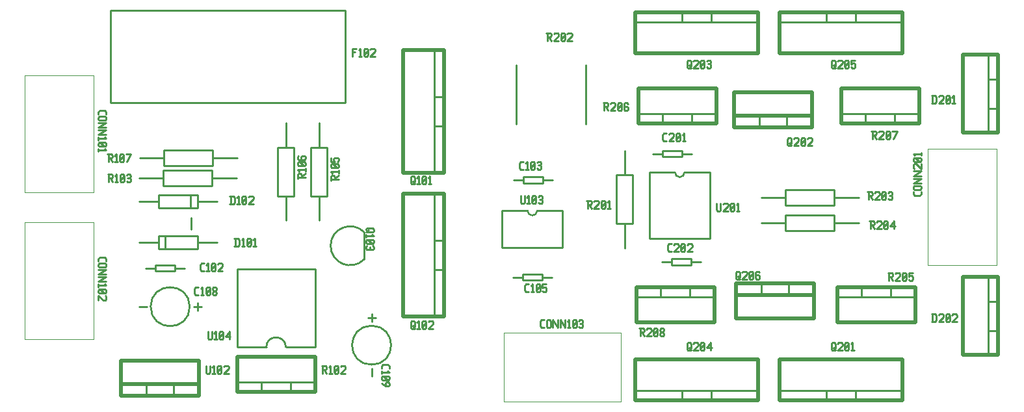
<source format=gbr>
G04 start of page 8 for group -4079 idx -4079 *
G04 Title: (unknown), topsilk *
G04 Creator: pcb 1.99z *
G04 CreationDate: Fri 07 Mar 2014 08:36:24 PM GMT UTC *
G04 For: jpuls *
G04 Format: Gerber/RS-274X *
G04 PCB-Dimensions (mil): 5000.00 2020.00 *
G04 PCB-Coordinate-Origin: lower left *
%MOIN*%
%FSLAX25Y25*%
%LNTOPSILK*%
%ADD96C,0.0200*%
%ADD95C,0.0039*%
%ADD94C,0.0100*%
G54D94*X85500Y95500D02*Y89500D01*
X72000Y86000D02*Y79500D01*
X85000Y107000D02*Y101000D01*
X44252Y201622D02*X164331D01*
Y154378D01*
X44252D01*
Y201622D01*
G54D95*X17900Y168242D02*X35616D01*
Y108400D01*
X183D02*X35616D01*
X183Y168242D02*Y108400D01*
Y168242D02*X18294D01*
G54D94*X58723Y103764D02*X68723D01*
X88723D02*X98723D01*
X68723Y107064D02*X88723D01*
Y100464D01*
X68723D02*X88723D01*
X68723Y107064D02*Y100464D01*
X58723Y115764D02*X71223D01*
X96223D02*X108723D01*
X71223Y119864D02*X96223D01*
Y111664D01*
X71223D02*X96223D01*
X71223Y119864D02*Y111664D01*
X149000Y69000D02*Y29000D01*
X109000Y69000D02*X149000D01*
X109000D02*Y29000D01*
X134000D02*X149000D01*
X109000D02*X124000D01*
X134000D02*G75*G03X124000Y29000I-5000J0D01*G01*
X134000Y106500D02*Y94000D01*
Y144000D02*Y131500D01*
X129900D02*Y106500D01*
Y131500D02*X138100D01*
Y106500D01*
X129900D02*X138100D01*
X151000D02*Y94000D01*
Y144000D02*Y131500D01*
X146900D02*Y106500D01*
Y131500D02*X155100D01*
Y106500D01*
X146900D02*X155100D01*
X174000Y88000D02*Y74000D01*
X174071Y88071D02*G75*G03X174071Y73929I-7071J-7071D01*G01*
G54D96*X194000Y107600D02*X215000D01*
X194000D02*Y44600D01*
X215000D01*
Y107600D02*Y44600D01*
G54D94*X210000Y107600D02*Y44600D01*
Y83600D02*X215000D01*
X210000Y68600D02*X215000D01*
G54D96*X194000Y181400D02*X215000D01*
X194000D02*Y118400D01*
X215000D01*
Y181400D02*Y118400D01*
G54D94*X210000Y181400D02*Y118400D01*
Y157400D02*X215000D01*
X210000Y142400D02*X215000D01*
X59000Y126000D02*X71500D01*
X96500D02*X109000D01*
X71500Y130100D02*X96500D01*
Y121900D01*
X71500D01*
Y130100D01*
G54D95*X245881Y18764D02*Y36480D01*
X305723D01*
Y1047D01*
X245881D01*
Y19158D01*
G54D96*X376123Y22764D02*Y1764D01*
X313123Y22764D02*X376123D01*
X313123D02*Y1764D01*
X376123D01*
G54D94*X313123Y6764D02*X376123D01*
X352123D02*Y1764D01*
X337123Y6764D02*Y1764D01*
G54D96*X450123Y22764D02*Y1764D01*
X387123Y22764D02*X450123D01*
X387123D02*Y1764D01*
X450123D01*
G54D94*X387123Y6764D02*X450123D01*
X426123D02*Y1764D01*
X411123Y6764D02*Y1764D01*
G54D96*X364723Y61764D02*X404723D01*
Y43764D01*
X364723D02*X404723D01*
X364723Y61764D02*Y43764D01*
Y61764D02*X404723D01*
Y55764D01*
X364723D02*X404723D01*
X364723Y61764D02*Y55764D01*
G54D94*X377723Y61764D02*Y55764D01*
X391723Y61764D02*Y55764D01*
G54D96*X416723Y59764D02*Y41764D01*
X456723D01*
Y59764D01*
X416723D01*
G54D94*Y54764D02*X456723D01*
X429223Y59764D02*Y54764D01*
X444223Y59764D02*Y54764D01*
X377723Y92764D02*X390223D01*
X415223D02*X427723D01*
X390223Y96864D02*X415223D01*
Y88664D01*
X390223D01*
Y96864D01*
X377723Y105764D02*X390223D01*
X415223D02*X427723D01*
X390223Y109864D02*X415223D01*
Y101664D01*
X390223D01*
Y109864D01*
G54D95*X463007Y70922D02*X480723D01*
X463007Y130764D02*Y70922D01*
Y130764D02*X498440D01*
Y70922D01*
X480329D02*X498440D01*
G54D96*X313723Y59764D02*Y41764D01*
X353723D01*
Y59764D01*
X313723D01*
G54D94*Y54764D02*X353723D01*
X326223Y59764D02*Y54764D01*
X341223Y59764D02*Y54764D01*
G54D96*X481000Y65000D02*X499000D01*
X481000D02*Y25000D01*
X499000D01*
Y65000D02*Y25000D01*
G54D94*X494000Y65000D02*Y25000D01*
Y52500D02*X499000D01*
X494000Y37500D02*X499000D01*
G54D96*X458723Y161764D02*Y143764D01*
X418723Y161764D02*X458723D01*
X418723D02*Y143764D01*
X458723D01*
G54D94*X418723Y148764D02*X458723D01*
X446223D02*Y143764D01*
X431223Y148764D02*Y143764D01*
G54D96*X354723Y161764D02*Y143764D01*
X314723Y161764D02*X354723D01*
X314723D02*Y143764D01*
X354723D01*
G54D94*X314723Y148764D02*X354723D01*
X342223D02*Y143764D01*
X327223Y148764D02*Y143764D01*
G54D96*X363723Y141764D02*X403723D01*
X363723Y159764D02*Y141764D01*
Y159764D02*X403723D01*
Y141764D01*
X363723D02*X403723D01*
X363723Y147764D02*Y141764D01*
Y147764D02*X403723D01*
Y141764D01*
G54D94*X390723Y147764D02*Y141764D01*
X376723Y147764D02*Y141764D01*
G54D96*X313123Y200764D02*Y179764D01*
X376123D01*
Y200764D02*Y179764D01*
X313123Y200764D02*X376123D01*
G54D94*X313123Y195764D02*X376123D01*
X337123Y200764D02*Y195764D01*
X352123Y200764D02*Y195764D01*
G54D96*X387123Y200764D02*Y179764D01*
X450123D01*
Y200764D02*Y179764D01*
X387123Y200764D02*X450123D01*
G54D94*X387123Y195764D02*X450123D01*
X411123Y200764D02*Y195764D01*
X426123Y200764D02*Y195764D01*
X341723Y72764D02*X346723D01*
X326723D02*X331723D01*
Y71164D02*X341723D01*
X331723Y74364D02*Y71164D01*
Y74364D02*X341723D01*
Y71164D01*
X320473Y118764D02*Y84764D01*
X351473D01*
Y118764D01*
X320473D02*X333473D01*
X351473D02*X338473D01*
X333473D02*G75*G03X338473Y118764I2500J0D01*G01*
X322223Y128164D02*X327223D01*
X337223D02*X342223D01*
X327223Y129764D02*X337223D01*
Y126564D01*
X327223D02*X337223D01*
X327223Y129764D02*Y126564D01*
X307723Y92264D02*Y79764D01*
Y129764D02*Y117264D01*
X303623D02*Y92264D01*
Y117264D02*X311823D01*
Y92264D01*
X303623D02*X311823D01*
X265723Y114764D02*X270723D01*
X250723D02*X255723D01*
Y113164D02*X265723D01*
X255723Y116364D02*Y113164D01*
Y116364D02*X265723D01*
Y113164D01*
X250488Y64833D02*X255488D01*
X265488D02*X270488D01*
X255488Y66433D02*X265488D01*
Y63233D01*
X255488D01*
Y66433D01*
X244911Y99076D02*Y80076D01*
X275911D01*
Y99076D01*
X244911D02*X257911D01*
X275911D02*X262911D01*
X257911D02*G75*G03X262911Y99076I2500J0D01*G01*
X252283Y143535D02*Y173850D01*
X287717Y143535D02*Y173850D01*
G54D96*X481000Y179000D02*X499000D01*
X481000D02*Y139000D01*
X499000D01*
Y179000D02*Y139000D01*
G54D94*X494000Y179000D02*Y139000D01*
Y166500D02*X499000D01*
X494000Y151500D02*X499000D01*
G54D96*X149000Y24000D02*Y6000D01*
X109000Y24000D02*X149000D01*
X109000D02*Y6000D01*
X149000D01*
G54D94*X109000Y11000D02*X149000D01*
X136500D02*Y6000D01*
X121500Y11000D02*Y6000D01*
X178000Y46000D02*Y42000D01*
X176000Y44000D02*X180000D01*
X178000Y18000D02*Y14000D01*
Y40000D02*G75*G03X178000Y40000I0J-10000D01*G01*
X61989Y69497D02*X66989D01*
X76989D02*X81989D01*
X66989Y71097D02*X76989D01*
Y67897D01*
X66989D02*X76989D01*
X66989Y71097D02*Y67897D01*
G54D95*X17914Y92903D02*X35630D01*
Y33061D01*
X197D02*X35630D01*
X197Y92903D02*Y33061D01*
Y92903D02*X18308D01*
G54D96*X49500Y4000D02*X89500D01*
X49500Y22000D02*Y4000D01*
Y22000D02*X89500D01*
Y4000D01*
X49500D02*X89500D01*
X49500Y10000D02*Y4000D01*
Y10000D02*X89500D01*
Y4000D01*
G54D94*X76500Y10000D02*Y4000D01*
X62500Y10000D02*Y4000D01*
X88723Y82764D02*X98723D01*
X58723D02*X68723D01*
Y79464D02*X88723D01*
X68723Y86064D02*Y79464D01*
Y86064D02*X88723D01*
Y79464D01*
X86723Y49764D02*X90723D01*
X88723Y51764D02*Y47764D01*
X58723Y49764D02*X62723D01*
X84723D02*G75*G03X84723Y49764I-10000J0D01*G01*
X168126Y182220D02*Y178220D01*
Y182220D02*X170126D01*
X168126Y180420D02*X169626D01*
X171326Y181420D02*X172126Y182220D01*
Y178220D01*
X171326D02*X172826D01*
X174026Y178720D02*X174526Y178220D01*
X174026Y181720D02*Y178720D01*
Y181720D02*X174526Y182220D01*
X175526D01*
X176026Y181720D01*
Y178720D01*
X175526Y178220D02*X176026Y178720D01*
X174526Y178220D02*X175526D01*
X174026Y179220D02*X176026Y181220D01*
X177226Y181720D02*X177726Y182220D01*
X179226D01*
X179726Y181720D01*
Y180720D01*
X177226Y178220D02*X179726Y180720D01*
X177226Y178220D02*X179726D01*
X175500Y90000D02*X178500D01*
X179000Y89500D01*
Y88500D01*
X178500Y88000D01*
X176000D02*X178500D01*
X175000Y89000D02*X176000Y88000D01*
X175000Y89500D02*Y89000D01*
X175500Y90000D02*X175000Y89500D01*
X176500Y89000D02*X175000Y88000D01*
X178200Y86800D02*X179000Y86000D01*
X175000D02*X179000D01*
X175000Y86800D02*Y85300D01*
X175500Y84100D02*X175000Y83600D01*
X175500Y84100D02*X178500D01*
X179000Y83600D01*
Y82600D01*
X178500Y82100D01*
X175500D02*X178500D01*
X175000Y82600D02*X175500Y82100D01*
X175000Y83600D02*Y82600D01*
X176000Y84100D02*X178000Y82100D01*
X178500Y80900D02*X179000Y80400D01*
Y79400D01*
X178500Y78900D01*
X175000Y79400D02*X175500Y78900D01*
X175000Y80400D02*Y79400D01*
X175500Y80900D02*X175000Y80400D01*
X177200D02*Y79400D01*
X177700Y78900D02*X178500D01*
X175500D02*X176700D01*
X177200Y79400D01*
X177700Y78900D02*X177200Y79400D01*
X90689Y67897D02*X91989D01*
X89989Y68597D02*X90689Y67897D01*
X89989Y71197D02*Y68597D01*
Y71197D02*X90689Y71897D01*
X91989D01*
X93189Y71097D02*X93989Y71897D01*
Y67897D01*
X93189D02*X94689D01*
X95889Y68397D02*X96389Y67897D01*
X95889Y71397D02*Y68397D01*
Y71397D02*X96389Y71897D01*
X97389D01*
X97889Y71397D01*
Y68397D01*
X97389Y67897D02*X97889Y68397D01*
X96389Y67897D02*X97389D01*
X95889Y68897D02*X97889Y70897D01*
X99089Y71397D02*X99589Y71897D01*
X101089D01*
X101589Y71397D01*
Y70397D01*
X99089Y67897D02*X101589Y70397D01*
X99089Y67897D02*X101589D01*
X93054Y19472D02*Y15972D01*
X93554Y15472D01*
X94554D01*
X95054Y15972D01*
Y19472D02*Y15972D01*
X96254Y18672D02*X97054Y19472D01*
Y15472D01*
X96254D02*X97754D01*
X98954Y15972D02*X99454Y15472D01*
X98954Y18972D02*Y15972D01*
Y18972D02*X99454Y19472D01*
X100454D01*
X100954Y18972D01*
Y15972D01*
X100454Y15472D02*X100954Y15972D01*
X99454Y15472D02*X100454D01*
X98954Y16472D02*X100954Y18472D01*
X102154Y18972D02*X102654Y19472D01*
X104154D01*
X104654Y18972D01*
Y17972D01*
X102154Y15472D02*X104654Y17972D01*
X102154Y15472D02*X104654D01*
X108121Y84750D02*Y80750D01*
X109421Y84750D02*X110121Y84050D01*
Y81450D01*
X109421Y80750D02*X110121Y81450D01*
X107621Y80750D02*X109421D01*
X107621Y84750D02*X109421D01*
X111321Y83950D02*X112121Y84750D01*
Y80750D01*
X111321D02*X112821D01*
X114021Y81250D02*X114521Y80750D01*
X114021Y84250D02*Y81250D01*
Y84250D02*X114521Y84750D01*
X115521D01*
X116021Y84250D01*
Y81250D01*
X115521Y80750D02*X116021Y81250D01*
X114521Y80750D02*X115521D01*
X114021Y81750D02*X116021Y83750D01*
X117221Y83950D02*X118021Y84750D01*
Y80750D01*
X117221D02*X118721D01*
X105723Y106464D02*Y102464D01*
X107023Y106464D02*X107723Y105764D01*
Y103164D01*
X107023Y102464D02*X107723Y103164D01*
X105223Y102464D02*X107023D01*
X105223Y106464D02*X107023D01*
X108923Y105664D02*X109723Y106464D01*
Y102464D01*
X108923D02*X110423D01*
X111623Y102964D02*X112123Y102464D01*
X111623Y105964D02*Y102964D01*
Y105964D02*X112123Y106464D01*
X113123D01*
X113623Y105964D01*
Y102964D01*
X113123Y102464D02*X113623Y102964D01*
X112123Y102464D02*X113123D01*
X111623Y103464D02*X113623Y105464D01*
X114823Y105964D02*X115323Y106464D01*
X116823D01*
X117323Y105964D01*
Y104964D01*
X114823Y102464D02*X117323Y104964D01*
X114823Y102464D02*X117323D01*
X94000Y37000D02*Y33500D01*
X94500Y33000D01*
X95500D01*
X96000Y33500D01*
Y37000D02*Y33500D01*
X97200Y36200D02*X98000Y37000D01*
Y33000D01*
X97200D02*X98700D01*
X99900Y33500D02*X100400Y33000D01*
X99900Y36500D02*Y33500D01*
Y36500D02*X100400Y37000D01*
X101400D01*
X101900Y36500D01*
Y33500D01*
X101400Y33000D02*X101900Y33500D01*
X100400Y33000D02*X101400D01*
X99900Y34000D02*X101900Y36000D01*
X103100Y34500D02*X105100Y37000D01*
X103100Y34500D02*X105600D01*
X105100Y37000D02*Y33000D01*
X87977Y55736D02*X89277D01*
X87277Y56436D02*X87977Y55736D01*
X87277Y59036D02*Y56436D01*
Y59036D02*X87977Y59736D01*
X89277D01*
X90477Y58936D02*X91277Y59736D01*
Y55736D01*
X90477D02*X91977D01*
X93177Y56236D02*X93677Y55736D01*
X93177Y59236D02*Y56236D01*
Y59236D02*X93677Y59736D01*
X94677D01*
X95177Y59236D01*
Y56236D01*
X94677Y55736D02*X95177Y56236D01*
X93677Y55736D02*X94677D01*
X93177Y56736D02*X95177Y58736D01*
X96377Y56236D02*X96877Y55736D01*
X96377Y57036D02*Y56236D01*
Y57036D02*X97077Y57736D01*
X97677D01*
X98377Y57036D01*
Y56236D01*
X97877Y55736D02*X98377Y56236D01*
X96877Y55736D02*X97877D01*
X96377Y58436D02*X97077Y57736D01*
X96377Y59236D02*Y58436D01*
Y59236D02*X96877Y59736D01*
X97877D01*
X98377Y59236D01*
Y58436D01*
X97677Y57736D02*X98377Y58436D01*
X37952Y149816D02*Y148516D01*
X38652Y150516D02*X37952Y149816D01*
X38652Y150516D02*X41252D01*
X41952Y149816D01*
Y148516D01*
X38452Y147316D02*X41452D01*
X41952Y146816D01*
Y145816D01*
X41452Y145316D01*
X38452D02*X41452D01*
X37952Y145816D02*X38452Y145316D01*
X37952Y146816D02*Y145816D01*
X38452Y147316D02*X37952Y146816D01*
Y144116D02*X41952D01*
X37952Y141616D01*
X41952D01*
X37952Y140416D02*X41952D01*
X37952Y137916D01*
X41952D01*
X41152Y136716D02*X41952Y135916D01*
X37952D02*X41952D01*
X37952Y136716D02*Y135216D01*
X38452Y134016D02*X37952Y133516D01*
X38452Y134016D02*X41452D01*
X41952Y133516D01*
Y132516D01*
X41452Y132016D01*
X38452D02*X41452D01*
X37952Y132516D02*X38452Y132016D01*
X37952Y133516D02*Y132516D01*
X38952Y134016D02*X40952Y132016D01*
X41152Y130816D02*X41952Y130016D01*
X37952D02*X41952D01*
X37952Y130816D02*Y129316D01*
X37966Y74477D02*Y73177D01*
X38666Y75177D02*X37966Y74477D01*
X38666Y75177D02*X41266D01*
X41966Y74477D01*
Y73177D01*
X38466Y71977D02*X41466D01*
X41966Y71477D01*
Y70477D01*
X41466Y69977D01*
X38466D02*X41466D01*
X37966Y70477D02*X38466Y69977D01*
X37966Y71477D02*Y70477D01*
X38466Y71977D02*X37966Y71477D01*
Y68777D02*X41966D01*
X37966Y66277D01*
X41966D01*
X37966Y65077D02*X41966D01*
X37966Y62577D01*
X41966D01*
X41166Y61377D02*X41966Y60577D01*
X37966D02*X41966D01*
X37966Y61377D02*Y59877D01*
X38466Y58677D02*X37966Y58177D01*
X38466Y58677D02*X41466D01*
X41966Y58177D01*
Y57177D01*
X41466Y56677D01*
X38466D02*X41466D01*
X37966Y57177D02*X38466Y56677D01*
X37966Y58177D02*Y57177D01*
X38966Y58677D02*X40966Y56677D01*
X41466Y55477D02*X41966Y54977D01*
Y53477D01*
X41466Y52977D01*
X40466D02*X41466D01*
X37966Y55477D02*X40466Y52977D01*
X37966Y55477D02*Y52977D01*
X42723Y117664D02*X44723D01*
X45223Y117164D01*
Y116164D01*
X44723Y115664D02*X45223Y116164D01*
X43223Y115664D02*X44723D01*
X43223Y117664D02*Y113664D01*
X44023Y115664D02*X45223Y113664D01*
X46423Y116864D02*X47223Y117664D01*
Y113664D01*
X46423D02*X47923D01*
X49123Y114164D02*X49623Y113664D01*
X49123Y117164D02*Y114164D01*
Y117164D02*X49623Y117664D01*
X50623D01*
X51123Y117164D01*
Y114164D01*
X50623Y113664D02*X51123Y114164D01*
X49623Y113664D02*X50623D01*
X49123Y114664D02*X51123Y116664D01*
X52323Y117164D02*X52823Y117664D01*
X53823D01*
X54323Y117164D01*
X53823Y113664D02*X54323Y114164D01*
X52823Y113664D02*X53823D01*
X52323Y114164D02*X52823Y113664D01*
Y115864D02*X53823D01*
X54323Y117164D02*Y116364D01*
Y115364D02*Y114164D01*
Y115364D02*X53823Y115864D01*
X54323Y116364D02*X53823Y115864D01*
X152459Y19487D02*X154459D01*
X154959Y18987D01*
Y17987D01*
X154459Y17487D02*X154959Y17987D01*
X152959Y17487D02*X154459D01*
X152959Y19487D02*Y15487D01*
X153759Y17487D02*X154959Y15487D01*
X156159Y18687D02*X156959Y19487D01*
Y15487D01*
X156159D02*X157659D01*
X158859Y15987D02*X159359Y15487D01*
X158859Y18987D02*Y15987D01*
Y18987D02*X159359Y19487D01*
X160359D01*
X160859Y18987D01*
Y15987D01*
X160359Y15487D02*X160859Y15987D01*
X159359Y15487D02*X160359D01*
X158859Y16487D02*X160859Y18487D01*
X162059Y18987D02*X162559Y19487D01*
X164059D01*
X164559Y18987D01*
Y17987D01*
X162059Y15487D02*X164559Y17987D01*
X162059Y15487D02*X164559D01*
X183000Y19300D02*Y18000D01*
X183700Y20000D02*X183000Y19300D01*
X183700Y20000D02*X186300D01*
X187000Y19300D01*
Y18000D01*
X186200Y16800D02*X187000Y16000D01*
X183000D02*X187000D01*
X183000Y16800D02*Y15300D01*
X183500Y14100D02*X183000Y13600D01*
X183500Y14100D02*X186500D01*
X187000Y13600D01*
Y12600D01*
X186500Y12100D01*
X183500D02*X186500D01*
X183000Y12600D02*X183500Y12100D01*
X183000Y13600D02*Y12600D01*
X184000Y14100D02*X186000Y12100D01*
X183000Y10400D02*X185000Y8900D01*
X186500D01*
X187000Y9400D02*X186500Y8900D01*
X187000Y10400D02*Y9400D01*
X186500Y10900D02*X187000Y10400D01*
X185500Y10900D02*X186500D01*
X185500D02*X185000Y10400D01*
Y8900D01*
X198000Y41900D02*Y38900D01*
Y41900D02*X198500Y42400D01*
X199500D01*
X200000Y41900D01*
Y39400D01*
X199000Y38400D02*X200000Y39400D01*
X198500Y38400D02*X199000D01*
X198000Y38900D02*X198500Y38400D01*
X199000Y39900D02*X200000Y38400D01*
X201200Y41600D02*X202000Y42400D01*
Y38400D01*
X201200D02*X202700D01*
X203900Y38900D02*X204400Y38400D01*
X203900Y41900D02*Y38900D01*
Y41900D02*X204400Y42400D01*
X205400D01*
X205900Y41900D01*
Y38900D01*
X205400Y38400D02*X205900Y38900D01*
X204400Y38400D02*X205400D01*
X203900Y39400D02*X205900Y41400D01*
X207100Y41900D02*X207600Y42400D01*
X209100D01*
X209600Y41900D01*
Y40900D01*
X207100Y38400D02*X209600Y40900D01*
X207100Y38400D02*X209600D01*
X42500Y127900D02*X44500D01*
X45000Y127400D01*
Y126400D01*
X44500Y125900D02*X45000Y126400D01*
X43000Y125900D02*X44500D01*
X43000Y127900D02*Y123900D01*
X43800Y125900D02*X45000Y123900D01*
X46200Y127100D02*X47000Y127900D01*
Y123900D01*
X46200D02*X47700D01*
X48900Y124400D02*X49400Y123900D01*
X48900Y127400D02*Y124400D01*
Y127400D02*X49400Y127900D01*
X50400D01*
X50900Y127400D01*
Y124400D01*
X50400Y123900D02*X50900Y124400D01*
X49400Y123900D02*X50400D01*
X48900Y124900D02*X50900Y126900D01*
X52600Y123900D02*X54600Y127900D01*
X52100D02*X54600D01*
X140100Y117500D02*Y115500D01*
Y117500D02*X140600Y118000D01*
X141600D01*
X142100Y117500D02*X141600Y118000D01*
X142100Y117500D02*Y116000D01*
X140100D02*X144100D01*
X142100Y116800D02*X144100Y118000D01*
X140900Y119200D02*X140100Y120000D01*
X144100D01*
Y120700D02*Y119200D01*
X143600Y121900D02*X144100Y122400D01*
X140600Y121900D02*X143600D01*
X140600D02*X140100Y122400D01*
Y123400D02*Y122400D01*
Y123400D02*X140600Y123900D01*
X143600D01*
X144100Y123400D02*X143600Y123900D01*
X144100Y123400D02*Y122400D01*
X143100Y121900D02*X141100Y123900D01*
X140100Y126600D02*X140600Y127100D01*
X140100Y126600D02*Y125600D01*
X140600Y125100D02*X140100Y125600D01*
X140600Y125100D02*X143600D01*
X144100Y125600D01*
X141900Y126600D02*X142400Y127100D01*
X141900Y126600D02*Y125100D01*
X144100Y126600D02*Y125600D01*
Y126600D02*X143600Y127100D01*
X142400D02*X143600D01*
X157100Y116500D02*Y114500D01*
Y116500D02*X157600Y117000D01*
X158600D01*
X159100Y116500D02*X158600Y117000D01*
X159100Y116500D02*Y115000D01*
X157100D02*X161100D01*
X159100Y115800D02*X161100Y117000D01*
X157900Y118200D02*X157100Y119000D01*
X161100D01*
Y119700D02*Y118200D01*
X160600Y120900D02*X161100Y121400D01*
X157600Y120900D02*X160600D01*
X157600D02*X157100Y121400D01*
Y122400D02*Y121400D01*
Y122400D02*X157600Y122900D01*
X160600D01*
X161100Y122400D02*X160600Y122900D01*
X161100Y122400D02*Y121400D01*
X160100Y120900D02*X158100Y122900D01*
X157100Y126100D02*Y124100D01*
X159100D01*
X158600Y124600D01*
Y125600D02*Y124600D01*
Y125600D02*X159100Y126100D01*
X160600D01*
X161100Y125600D02*X160600Y126100D01*
X161100Y125600D02*Y124600D01*
X160600Y124100D02*X161100Y124600D01*
X198000Y116100D02*Y113100D01*
Y116100D02*X198500Y116600D01*
X199500D01*
X200000Y116100D01*
Y113600D01*
X199000Y112600D02*X200000Y113600D01*
X198500Y112600D02*X199000D01*
X198000Y113100D02*X198500Y112600D01*
X199000Y114100D02*X200000Y112600D01*
X201200Y115800D02*X202000Y116600D01*
Y112600D01*
X201200D02*X202700D01*
X203900Y113100D02*X204400Y112600D01*
X203900Y116100D02*Y113100D01*
Y116100D02*X204400Y116600D01*
X205400D01*
X205900Y116100D01*
Y113100D01*
X205400Y112600D02*X205900Y113100D01*
X204400Y112600D02*X205400D01*
X203900Y113600D02*X205900Y115600D01*
X207100Y115800D02*X207900Y116600D01*
Y112600D01*
X207100D02*X208600D01*
X265267Y39002D02*X266567D01*
X264567Y39702D02*X265267Y39002D01*
X264567Y42302D02*Y39702D01*
Y42302D02*X265267Y43002D01*
X266567D01*
X267767Y42502D02*Y39502D01*
Y42502D02*X268267Y43002D01*
X269267D01*
X269767Y42502D01*
Y39502D01*
X269267Y39002D02*X269767Y39502D01*
X268267Y39002D02*X269267D01*
X267767Y39502D02*X268267Y39002D01*
X270967Y43002D02*Y39002D01*
Y43002D02*X273467Y39002D01*
Y43002D02*Y39002D01*
X274667Y43002D02*Y39002D01*
Y43002D02*X277167Y39002D01*
Y43002D02*Y39002D01*
X278367Y42202D02*X279167Y43002D01*
Y39002D01*
X278367D02*X279867D01*
X281067Y39502D02*X281567Y39002D01*
X281067Y42502D02*Y39502D01*
Y42502D02*X281567Y43002D01*
X282567D01*
X283067Y42502D01*
Y39502D01*
X282567Y39002D02*X283067Y39502D01*
X281567Y39002D02*X282567D01*
X281067Y40002D02*X283067Y42002D01*
X284267Y42502D02*X284767Y43002D01*
X285767D01*
X286267Y42502D01*
X285767Y39002D02*X286267Y39502D01*
X284767Y39002D02*X285767D01*
X284267Y39502D02*X284767Y39002D01*
Y41202D02*X285767D01*
X286267Y42502D02*Y41702D01*
Y40702D02*Y39502D01*
Y40702D02*X285767Y41202D01*
X286267Y41702D02*X285767Y41202D01*
X339723Y30864D02*Y27864D01*
Y30864D02*X340223Y31364D01*
X341223D01*
X341723Y30864D01*
Y28364D01*
X340723Y27364D02*X341723Y28364D01*
X340223Y27364D02*X340723D01*
X339723Y27864D02*X340223Y27364D01*
X340723Y28864D02*X341723Y27364D01*
X342923Y30864D02*X343423Y31364D01*
X344923D01*
X345423Y30864D01*
Y29864D01*
X342923Y27364D02*X345423Y29864D01*
X342923Y27364D02*X345423D01*
X346623Y27864D02*X347123Y27364D01*
X346623Y30864D02*Y27864D01*
Y30864D02*X347123Y31364D01*
X348123D01*
X348623Y30864D01*
Y27864D01*
X348123Y27364D02*X348623Y27864D01*
X347123Y27364D02*X348123D01*
X346623Y28364D02*X348623Y30364D01*
X349823Y28864D02*X351823Y31364D01*
X349823Y28864D02*X352323D01*
X351823Y31364D02*Y27364D01*
X413723Y30864D02*Y27864D01*
Y30864D02*X414223Y31364D01*
X415223D01*
X415723Y30864D01*
Y28364D01*
X414723Y27364D02*X415723Y28364D01*
X414223Y27364D02*X414723D01*
X413723Y27864D02*X414223Y27364D01*
X414723Y28864D02*X415723Y27364D01*
X416923Y30864D02*X417423Y31364D01*
X418923D01*
X419423Y30864D01*
Y29864D01*
X416923Y27364D02*X419423Y29864D01*
X416923Y27364D02*X419423D01*
X420623Y27864D02*X421123Y27364D01*
X420623Y30864D02*Y27864D01*
Y30864D02*X421123Y31364D01*
X422123D01*
X422623Y30864D01*
Y27864D01*
X422123Y27364D02*X422623Y27864D01*
X421123Y27364D02*X422123D01*
X420623Y28364D02*X422623Y30364D01*
X423823Y30564D02*X424623Y31364D01*
Y27364D01*
X423823D02*X425323D01*
X315236Y38723D02*X317236D01*
X317736Y38223D01*
Y37223D01*
X317236Y36723D02*X317736Y37223D01*
X315736Y36723D02*X317236D01*
X315736Y38723D02*Y34723D01*
X316536Y36723D02*X317736Y34723D01*
X318936Y38223D02*X319436Y38723D01*
X320936D01*
X321436Y38223D01*
Y37223D01*
X318936Y34723D02*X321436Y37223D01*
X318936Y34723D02*X321436D01*
X322636Y35223D02*X323136Y34723D01*
X322636Y38223D02*Y35223D01*
Y38223D02*X323136Y38723D01*
X324136D01*
X324636Y38223D01*
Y35223D01*
X324136Y34723D02*X324636Y35223D01*
X323136Y34723D02*X324136D01*
X322636Y35723D02*X324636Y37723D01*
X325836Y35223D02*X326336Y34723D01*
X325836Y36023D02*Y35223D01*
Y36023D02*X326536Y36723D01*
X327136D01*
X327836Y36023D01*
Y35223D01*
X327336Y34723D02*X327836Y35223D01*
X326336Y34723D02*X327336D01*
X325836Y37423D02*X326536Y36723D01*
X325836Y38223D02*Y37423D01*
Y38223D02*X326336Y38723D01*
X327336D01*
X327836Y38223D01*
Y37423D01*
X327136Y36723D02*X327836Y37423D01*
X465500Y46000D02*Y42000D01*
X466800Y46000D02*X467500Y45300D01*
Y42700D01*
X466800Y42000D02*X467500Y42700D01*
X465000Y42000D02*X466800D01*
X465000Y46000D02*X466800D01*
X468700Y45500D02*X469200Y46000D01*
X470700D01*
X471200Y45500D01*
Y44500D01*
X468700Y42000D02*X471200Y44500D01*
X468700Y42000D02*X471200D01*
X472400Y42500D02*X472900Y42000D01*
X472400Y45500D02*Y42500D01*
Y45500D02*X472900Y46000D01*
X473900D01*
X474400Y45500D01*
Y42500D01*
X473900Y42000D02*X474400Y42500D01*
X472900Y42000D02*X473900D01*
X472400Y43000D02*X474400Y45000D01*
X475600Y45500D02*X476100Y46000D01*
X477600D01*
X478100Y45500D01*
Y44500D01*
X475600Y42000D02*X478100Y44500D01*
X475600Y42000D02*X478100D01*
X364723Y67264D02*Y64264D01*
Y67264D02*X365223Y67764D01*
X366223D01*
X366723Y67264D01*
Y64764D01*
X365723Y63764D02*X366723Y64764D01*
X365223Y63764D02*X365723D01*
X364723Y64264D02*X365223Y63764D01*
X365723Y65264D02*X366723Y63764D01*
X367923Y67264D02*X368423Y67764D01*
X369923D01*
X370423Y67264D01*
Y66264D01*
X367923Y63764D02*X370423Y66264D01*
X367923Y63764D02*X370423D01*
X371623Y64264D02*X372123Y63764D01*
X371623Y67264D02*Y64264D01*
Y67264D02*X372123Y67764D01*
X373123D01*
X373623Y67264D01*
Y64264D01*
X373123Y63764D02*X373623Y64264D01*
X372123Y63764D02*X373123D01*
X371623Y64764D02*X373623Y66764D01*
X376323Y67764D02*X376823Y67264D01*
X375323Y67764D02*X376323D01*
X374823Y67264D02*X375323Y67764D01*
X374823Y67264D02*Y64264D01*
X375323Y63764D01*
X376323Y65964D02*X376823Y65464D01*
X374823Y65964D02*X376323D01*
X375323Y63764D02*X376323D01*
X376823Y64264D01*
Y65464D02*Y64264D01*
X442736Y67223D02*X444736D01*
X445236Y66723D01*
Y65723D01*
X444736Y65223D02*X445236Y65723D01*
X443236Y65223D02*X444736D01*
X443236Y67223D02*Y63223D01*
X444036Y65223D02*X445236Y63223D01*
X446436Y66723D02*X446936Y67223D01*
X448436D01*
X448936Y66723D01*
Y65723D01*
X446436Y63223D02*X448936Y65723D01*
X446436Y63223D02*X448936D01*
X450136Y63723D02*X450636Y63223D01*
X450136Y66723D02*Y63723D01*
Y66723D02*X450636Y67223D01*
X451636D01*
X452136Y66723D01*
Y63723D01*
X451636Y63223D02*X452136Y63723D01*
X450636Y63223D02*X451636D01*
X450136Y64223D02*X452136Y66223D01*
X453336Y67223D02*X455336D01*
X453336D02*Y65223D01*
X453836Y65723D01*
X454836D01*
X455336Y65223D01*
Y63723D01*
X454836Y63223D02*X455336Y63723D01*
X453836Y63223D02*X454836D01*
X453336Y63723D02*X453836Y63223D01*
X257188Y57233D02*X258488D01*
X256488Y57933D02*X257188Y57233D01*
X256488Y60533D02*Y57933D01*
Y60533D02*X257188Y61233D01*
X258488D01*
X259688Y60433D02*X260488Y61233D01*
Y57233D01*
X259688D02*X261188D01*
X262388Y57733D02*X262888Y57233D01*
X262388Y60733D02*Y57733D01*
Y60733D02*X262888Y61233D01*
X263888D01*
X264388Y60733D01*
Y57733D01*
X263888Y57233D02*X264388Y57733D01*
X262888Y57233D02*X263888D01*
X262388Y58233D02*X264388Y60233D01*
X265588Y61233D02*X267588D01*
X265588D02*Y59233D01*
X266088Y59733D01*
X267088D01*
X267588Y59233D01*
Y57733D01*
X267088Y57233D02*X267588Y57733D01*
X266088Y57233D02*X267088D01*
X265588Y57733D02*X266088Y57233D01*
X459671Y108648D02*Y107348D01*
X458971Y106648D02*X459671Y107348D01*
X456371Y106648D02*X458971D01*
X456371D02*X455671Y107348D01*
Y108648D02*Y107348D01*
X456171Y109848D02*X459171D01*
X456171D02*X455671Y110348D01*
Y111348D02*Y110348D01*
Y111348D02*X456171Y111848D01*
X459171D01*
X459671Y111348D02*X459171Y111848D01*
X459671Y111348D02*Y110348D01*
X459171Y109848D02*X459671Y110348D01*
X455671Y113048D02*X459671D01*
X455671D02*X459671Y115548D01*
X455671D02*X459671D01*
X455671Y116748D02*X459671D01*
X455671D02*X459671Y119248D01*
X455671D02*X459671D01*
X456171Y120448D02*X455671Y120948D01*
Y122448D02*Y120948D01*
Y122448D02*X456171Y122948D01*
X457171D01*
X459671Y120448D02*X457171Y122948D01*
X459671D02*Y120448D01*
X459171Y124148D02*X459671Y124648D01*
X456171Y124148D02*X459171D01*
X456171D02*X455671Y124648D01*
Y125648D02*Y124648D01*
Y125648D02*X456171Y126148D01*
X459171D01*
X459671Y125648D02*X459171Y126148D01*
X459671Y125648D02*Y124648D01*
X458671Y124148D02*X456671Y126148D01*
X456471Y127348D02*X455671Y128148D01*
X459671D01*
Y128848D02*Y127348D01*
X433223Y93664D02*X435223D01*
X435723Y93164D01*
Y92164D01*
X435223Y91664D02*X435723Y92164D01*
X433723Y91664D02*X435223D01*
X433723Y93664D02*Y89664D01*
X434523Y91664D02*X435723Y89664D01*
X436923Y93164D02*X437423Y93664D01*
X438923D01*
X439423Y93164D01*
Y92164D01*
X436923Y89664D02*X439423Y92164D01*
X436923Y89664D02*X439423D01*
X440623Y90164D02*X441123Y89664D01*
X440623Y93164D02*Y90164D01*
Y93164D02*X441123Y93664D01*
X442123D01*
X442623Y93164D01*
Y90164D01*
X442123Y89664D02*X442623Y90164D01*
X441123Y89664D02*X442123D01*
X440623Y90664D02*X442623Y92664D01*
X443823Y91164D02*X445823Y93664D01*
X443823Y91164D02*X446323D01*
X445823Y93664D02*Y89664D01*
X432223Y108664D02*X434223D01*
X434723Y108164D01*
Y107164D01*
X434223Y106664D02*X434723Y107164D01*
X432723Y106664D02*X434223D01*
X432723Y108664D02*Y104664D01*
X433523Y106664D02*X434723Y104664D01*
X435923Y108164D02*X436423Y108664D01*
X437923D01*
X438423Y108164D01*
Y107164D01*
X435923Y104664D02*X438423Y107164D01*
X435923Y104664D02*X438423D01*
X439623Y105164D02*X440123Y104664D01*
X439623Y108164D02*Y105164D01*
Y108164D02*X440123Y108664D01*
X441123D01*
X441623Y108164D01*
Y105164D01*
X441123Y104664D02*X441623Y105164D01*
X440123Y104664D02*X441123D01*
X439623Y105664D02*X441623Y107664D01*
X442823Y108164D02*X443323Y108664D01*
X444323D01*
X444823Y108164D01*
X444323Y104664D02*X444823Y105164D01*
X443323Y104664D02*X444323D01*
X442823Y105164D02*X443323Y104664D01*
Y106864D02*X444323D01*
X444823Y108164D02*Y107364D01*
Y106364D02*Y105164D01*
Y106364D02*X444323Y106864D01*
X444823Y107364D02*X444323Y106864D01*
X465500Y158000D02*Y154000D01*
X466800Y158000D02*X467500Y157300D01*
Y154700D01*
X466800Y154000D02*X467500Y154700D01*
X465000Y154000D02*X466800D01*
X465000Y158000D02*X466800D01*
X468700Y157500D02*X469200Y158000D01*
X470700D01*
X471200Y157500D01*
Y156500D01*
X468700Y154000D02*X471200Y156500D01*
X468700Y154000D02*X471200D01*
X472400Y154500D02*X472900Y154000D01*
X472400Y157500D02*Y154500D01*
Y157500D02*X472900Y158000D01*
X473900D01*
X474400Y157500D01*
Y154500D01*
X473900Y154000D02*X474400Y154500D01*
X472900Y154000D02*X473900D01*
X472400Y155000D02*X474400Y157000D01*
X475600Y157200D02*X476400Y158000D01*
Y154000D01*
X475600D02*X477100D01*
X434264Y139777D02*X436264D01*
X436764Y139277D01*
Y138277D01*
X436264Y137777D02*X436764Y138277D01*
X434764Y137777D02*X436264D01*
X434764Y139777D02*Y135777D01*
X435564Y137777D02*X436764Y135777D01*
X437964Y139277D02*X438464Y139777D01*
X439964D01*
X440464Y139277D01*
Y138277D01*
X437964Y135777D02*X440464Y138277D01*
X437964Y135777D02*X440464D01*
X441664Y136277D02*X442164Y135777D01*
X441664Y139277D02*Y136277D01*
Y139277D02*X442164Y139777D01*
X443164D01*
X443664Y139277D01*
Y136277D01*
X443164Y135777D02*X443664Y136277D01*
X442164Y135777D02*X443164D01*
X441664Y136777D02*X443664Y138777D01*
X445364Y135777D02*X447364Y139777D01*
X444864D02*X447364D01*
X327923Y134564D02*X329223D01*
X327223Y135264D02*X327923Y134564D01*
X327223Y137864D02*Y135264D01*
Y137864D02*X327923Y138564D01*
X329223D01*
X330423Y138064D02*X330923Y138564D01*
X332423D01*
X332923Y138064D01*
Y137064D01*
X330423Y134564D02*X332923Y137064D01*
X330423Y134564D02*X332923D01*
X334123Y135064D02*X334623Y134564D01*
X334123Y138064D02*Y135064D01*
Y138064D02*X334623Y138564D01*
X335623D01*
X336123Y138064D01*
Y135064D01*
X335623Y134564D02*X336123Y135064D01*
X334623Y134564D02*X335623D01*
X334123Y135564D02*X336123Y137564D01*
X337323Y137764D02*X338123Y138564D01*
Y134564D01*
X337323D02*X338823D01*
X391277Y135736D02*Y132736D01*
Y135736D02*X391777Y136236D01*
X392777D01*
X393277Y135736D01*
Y133236D01*
X392277Y132236D02*X393277Y133236D01*
X391777Y132236D02*X392277D01*
X391277Y132736D02*X391777Y132236D01*
X392277Y133736D02*X393277Y132236D01*
X394477Y135736D02*X394977Y136236D01*
X396477D01*
X396977Y135736D01*
Y134736D01*
X394477Y132236D02*X396977Y134736D01*
X394477Y132236D02*X396977D01*
X398177Y132736D02*X398677Y132236D01*
X398177Y135736D02*Y132736D01*
Y135736D02*X398677Y136236D01*
X399677D01*
X400177Y135736D01*
Y132736D01*
X399677Y132236D02*X400177Y132736D01*
X398677Y132236D02*X399677D01*
X398177Y133236D02*X400177Y135236D01*
X401377Y135736D02*X401877Y136236D01*
X403377D01*
X403877Y135736D01*
Y134736D01*
X401377Y132236D02*X403877Y134736D01*
X401377Y132236D02*X403877D01*
X254423Y120164D02*X255723D01*
X253723Y120864D02*X254423Y120164D01*
X253723Y123464D02*Y120864D01*
Y123464D02*X254423Y124164D01*
X255723D01*
X256923Y123364D02*X257723Y124164D01*
Y120164D01*
X256923D02*X258423D01*
X259623Y120664D02*X260123Y120164D01*
X259623Y123664D02*Y120664D01*
Y123664D02*X260123Y124164D01*
X261123D01*
X261623Y123664D01*
Y120664D01*
X261123Y120164D02*X261623Y120664D01*
X260123Y120164D02*X261123D01*
X259623Y121164D02*X261623Y123164D01*
X262823Y123664D02*X263323Y124164D01*
X264323D01*
X264823Y123664D01*
X264323Y120164D02*X264823Y120664D01*
X263323Y120164D02*X264323D01*
X262823Y120664D02*X263323Y120164D01*
Y122364D02*X264323D01*
X264823Y123664D02*Y122864D01*
Y121864D02*Y120664D01*
Y121864D02*X264323Y122364D01*
X264823Y122864D02*X264323Y122364D01*
X296764Y154277D02*X298764D01*
X299264Y153777D01*
Y152777D01*
X298764Y152277D02*X299264Y152777D01*
X297264Y152277D02*X298764D01*
X297264Y154277D02*Y150277D01*
X298064Y152277D02*X299264Y150277D01*
X300464Y153777D02*X300964Y154277D01*
X302464D01*
X302964Y153777D01*
Y152777D01*
X300464Y150277D02*X302964Y152777D01*
X300464Y150277D02*X302964D01*
X304164Y150777D02*X304664Y150277D01*
X304164Y153777D02*Y150777D01*
Y153777D02*X304664Y154277D01*
X305664D01*
X306164Y153777D01*
Y150777D01*
X305664Y150277D02*X306164Y150777D01*
X304664Y150277D02*X305664D01*
X304164Y151277D02*X306164Y153277D01*
X308864Y154277D02*X309364Y153777D01*
X307864Y154277D02*X308864D01*
X307364Y153777D02*X307864Y154277D01*
X307364Y153777D02*Y150777D01*
X307864Y150277D01*
X308864Y152477D02*X309364Y151977D01*
X307364Y152477D02*X308864D01*
X307864Y150277D02*X308864D01*
X309364Y150777D01*
Y151977D02*Y150777D01*
X339723Y175664D02*Y172664D01*
Y175664D02*X340223Y176164D01*
X341223D01*
X341723Y175664D01*
Y173164D01*
X340723Y172164D02*X341723Y173164D01*
X340223Y172164D02*X340723D01*
X339723Y172664D02*X340223Y172164D01*
X340723Y173664D02*X341723Y172164D01*
X342923Y175664D02*X343423Y176164D01*
X344923D01*
X345423Y175664D01*
Y174664D01*
X342923Y172164D02*X345423Y174664D01*
X342923Y172164D02*X345423D01*
X346623Y172664D02*X347123Y172164D01*
X346623Y175664D02*Y172664D01*
Y175664D02*X347123Y176164D01*
X348123D01*
X348623Y175664D01*
Y172664D01*
X348123Y172164D02*X348623Y172664D01*
X347123Y172164D02*X348123D01*
X346623Y173164D02*X348623Y175164D01*
X349823Y175664D02*X350323Y176164D01*
X351323D01*
X351823Y175664D01*
X351323Y172164D02*X351823Y172664D01*
X350323Y172164D02*X351323D01*
X349823Y172664D02*X350323Y172164D01*
Y174364D02*X351323D01*
X351823Y175664D02*Y174864D01*
Y173864D02*Y172664D01*
Y173864D02*X351323Y174364D01*
X351823Y174864D02*X351323Y174364D01*
X413723Y175664D02*Y172664D01*
Y175664D02*X414223Y176164D01*
X415223D01*
X415723Y175664D01*
Y173164D01*
X414723Y172164D02*X415723Y173164D01*
X414223Y172164D02*X414723D01*
X413723Y172664D02*X414223Y172164D01*
X414723Y173664D02*X415723Y172164D01*
X416923Y175664D02*X417423Y176164D01*
X418923D01*
X419423Y175664D01*
Y174664D01*
X416923Y172164D02*X419423Y174664D01*
X416923Y172164D02*X419423D01*
X420623Y172664D02*X421123Y172164D01*
X420623Y175664D02*Y172664D01*
Y175664D02*X421123Y176164D01*
X422123D01*
X422623Y175664D01*
Y172664D01*
X422123Y172164D02*X422623Y172664D01*
X421123Y172164D02*X422123D01*
X420623Y173164D02*X422623Y175164D01*
X423823Y176164D02*X425823D01*
X423823D02*Y174164D01*
X424323Y174664D01*
X425323D01*
X425823Y174164D01*
Y172664D01*
X425323Y172164D02*X425823Y172664D01*
X424323Y172164D02*X425323D01*
X423823Y172664D02*X424323Y172164D01*
X267638Y190173D02*X269638D01*
X270138Y189673D01*
Y188673D01*
X269638Y188173D02*X270138Y188673D01*
X268138Y188173D02*X269638D01*
X268138Y190173D02*Y186173D01*
X268938Y188173D02*X270138Y186173D01*
X271338Y189673D02*X271838Y190173D01*
X273338D01*
X273838Y189673D01*
Y188673D01*
X271338Y186173D02*X273838Y188673D01*
X271338Y186173D02*X273838D01*
X275038Y186673D02*X275538Y186173D01*
X275038Y189673D02*Y186673D01*
Y189673D02*X275538Y190173D01*
X276538D01*
X277038Y189673D01*
Y186673D01*
X276538Y186173D02*X277038Y186673D01*
X275538Y186173D02*X276538D01*
X275038Y187173D02*X277038Y189173D01*
X278238Y189673D02*X278738Y190173D01*
X280238D01*
X280738Y189673D01*
Y188673D01*
X278238Y186173D02*X280738Y188673D01*
X278238Y186173D02*X280738D01*
X330423Y77964D02*X331723D01*
X329723Y78664D02*X330423Y77964D01*
X329723Y81264D02*Y78664D01*
Y81264D02*X330423Y81964D01*
X331723D01*
X332923Y81464D02*X333423Y81964D01*
X334923D01*
X335423Y81464D01*
Y80464D01*
X332923Y77964D02*X335423Y80464D01*
X332923Y77964D02*X335423D01*
X336623Y78464D02*X337123Y77964D01*
X336623Y81464D02*Y78464D01*
Y81464D02*X337123Y81964D01*
X338123D01*
X338623Y81464D01*
Y78464D01*
X338123Y77964D02*X338623Y78464D01*
X337123Y77964D02*X338123D01*
X336623Y78964D02*X338623Y80964D01*
X339823Y81464D02*X340323Y81964D01*
X341823D01*
X342323Y81464D01*
Y80464D01*
X339823Y77964D02*X342323Y80464D01*
X339823Y77964D02*X342323D01*
X354973Y102764D02*Y99264D01*
X355473Y98764D01*
X356473D01*
X356973Y99264D01*
Y102764D02*Y99264D01*
X358173Y102264D02*X358673Y102764D01*
X360173D01*
X360673Y102264D01*
Y101264D01*
X358173Y98764D02*X360673Y101264D01*
X358173Y98764D02*X360673D01*
X361873Y99264D02*X362373Y98764D01*
X361873Y102264D02*Y99264D01*
Y102264D02*X362373Y102764D01*
X363373D01*
X363873Y102264D01*
Y99264D01*
X363373Y98764D02*X363873Y99264D01*
X362373Y98764D02*X363373D01*
X361873Y99764D02*X363873Y101764D01*
X365073Y101964D02*X365873Y102764D01*
Y98764D01*
X365073D02*X366573D01*
X288264Y104177D02*X290264D01*
X290764Y103677D01*
Y102677D01*
X290264Y102177D02*X290764Y102677D01*
X288764Y102177D02*X290264D01*
X288764Y104177D02*Y100177D01*
X289564Y102177D02*X290764Y100177D01*
X291964Y103677D02*X292464Y104177D01*
X293964D01*
X294464Y103677D01*
Y102677D01*
X291964Y100177D02*X294464Y102677D01*
X291964Y100177D02*X294464D01*
X295664Y100677D02*X296164Y100177D01*
X295664Y103677D02*Y100677D01*
Y103677D02*X296164Y104177D01*
X297164D01*
X297664Y103677D01*
Y100677D01*
X297164Y100177D02*X297664Y100677D01*
X296164Y100177D02*X297164D01*
X295664Y101177D02*X297664Y103177D01*
X298864Y103377D02*X299664Y104177D01*
Y100177D01*
X298864D02*X300364D01*
X254411Y106576D02*Y103076D01*
X254911Y102576D01*
X255911D01*
X256411Y103076D01*
Y106576D02*Y103076D01*
X257611Y105776D02*X258411Y106576D01*
Y102576D01*
X257611D02*X259111D01*
X260311Y103076D02*X260811Y102576D01*
X260311Y106076D02*Y103076D01*
Y106076D02*X260811Y106576D01*
X261811D01*
X262311Y106076D01*
Y103076D01*
X261811Y102576D02*X262311Y103076D01*
X260811Y102576D02*X261811D01*
X260311Y103576D02*X262311Y105576D01*
X263511Y106076D02*X264011Y106576D01*
X265011D01*
X265511Y106076D01*
X265011Y102576D02*X265511Y103076D01*
X264011Y102576D02*X265011D01*
X263511Y103076D02*X264011Y102576D01*
Y104776D02*X265011D01*
X265511Y106076D02*Y105276D01*
Y104276D02*Y103076D01*
Y104276D02*X265011Y104776D01*
X265511Y105276D02*X265011Y104776D01*
M02*

</source>
